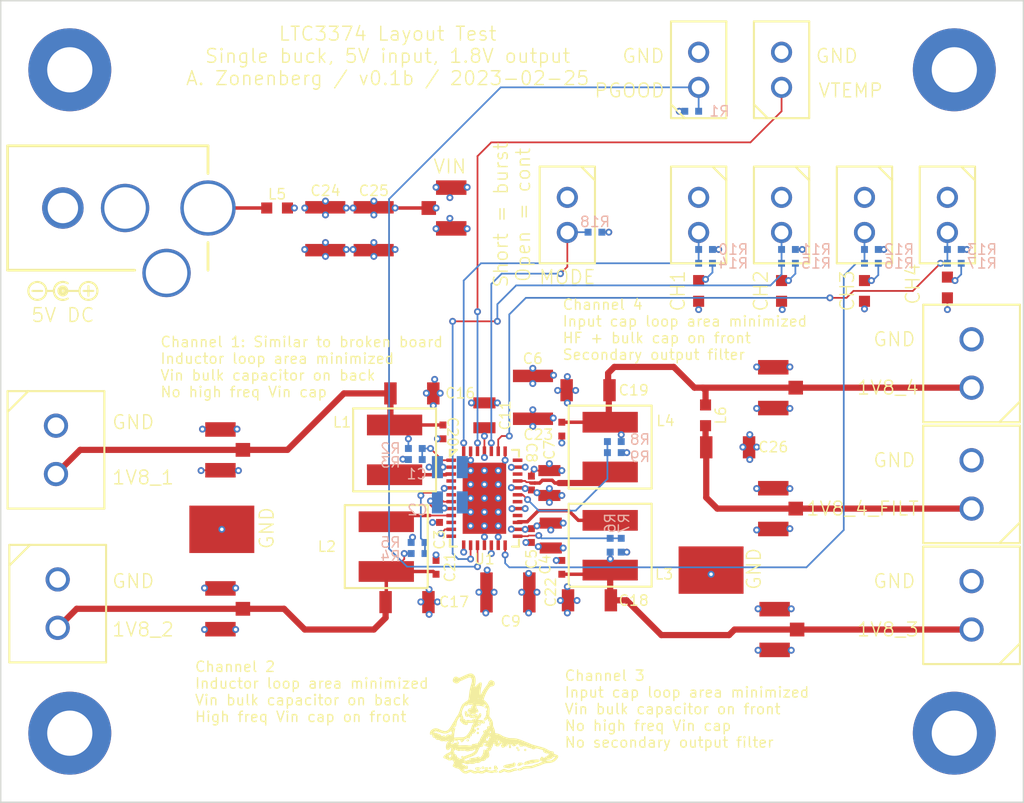
<source format=kicad_pcb>
(kicad_pcb (version 20211014) (generator pcbnew)
  (layers (0 "F.Cu" signal) (1 "In1.Cu" signal) (2 "In2.Cu" signal) (31 "B.Cu" signal) (34 "B.Paste" user) (35 "F.Paste" user) (36 "B.SilkS" user "B.Silkscreen") (37 "F.SilkS" user "F.Silkscreen") (38 "B.Mask" user) (39 "F.Mask" user) (44 "Edge.Cuts" user))
  (net 0 "")
  (net 1 "/5V0")
  (net 2 "/GND")
  (net 3 "/1V8_1")
  (net 4 "/1V8_2")
  (net 5 "/1V8_3")
  (net 6 "/1V8_4")
  (net 7 "/1V8_4_FILT")
  (net 8 "Net-(D1-Pad2)")
  (net 9 "Net-(D2-Pad2)")
  (net 10 "Net-(D3-Pad2)")
  (net 11 "Net-(D4-Pad2)")
  (net 12 "/5V0_RAW")
  (net 14 "/EN_1")
  (net 15 "/EN_2")
  (net 16 "/EN_3")
  (net 17 "/EN_4")
  (net 18 "/1V8_SW1")
  (net 19 "/1V8_SW2")
  (net 20 "/1V8_SW3")
  (net 21 "/1V8_SW4")
  (net 22 "/PGOOD")
  (net 23 "/1V8_FB1")
  (net 24 "/1V8_FB2")
  (net 25 "/1V8_FB3")
  (net 26 "/1V8_FB4")
  (net 27 "/VTEMP")
  (net 40 "/MODE")
  (footprint "azonenberg_pcb:EIA_0402_CAP_NOSILK" (layer "F.Cu") (at 60.5 60 90)
    (fp_text reference "C21")
    (fp_text value "C1005X7R1C104K050BC" hide)
  )
  (footprint "azonenberg_pcb:EIA_0805_CAP_NOSILK" (layer "F.Cu") (at 68.8 57.7 -90)
    (fp_text reference "C4")
    (fp_text value "10 uF" hide)
  )
  (footprint "azonenberg_pcb:MECHANICAL_CLEARANCEHOLE_4_40" (layer "F.Cu") (at 34 72)
    (fp_text reference "MH1" hide)
    (fp_text value "HOLE")
  )
  (footprint "azonenberg_pcb:INDUCTOR_YUDEN_NRS5030" (layer "F.Cu") (at 57.5 51.5 -90)
    (fp_text reference "L1")
    (fp_text value "2.2 uH")
  )
  (footprint "azonenberg_pcb:INDUCTOR_YUDEN_NRS5030" (layer "F.Cu") (at 56.9 58.5 90)
    (fp_text reference "L2")
    (fp_text value "2.2 uH")
  )
  (footprint "azonenberg_pcb:EIA_1210_CAP_NOSILK" (layer "F.Cu") (at 56 35.5 -90)
    (fp_text reference "C25")
    (fp_text value "47 uF" hide)
  )
  (footprint "azonenberg_pcb:MECHANICAL_CLEARANCEHOLE_4_40" (layer "F.Cu") (at 34 24)
    (fp_text reference "MH3" hide)
    (fp_text value "HOLE")
  )
  (footprint "azonenberg_pcb:INDUCTOR_YUDEN_NRS5030" (layer "F.Cu") (at 73.1 51.3 -90)
    (fp_text reference "L4")
    (fp_text value "2.2 uH")
  )
  (footprint "azonenberg_pcb:EIA_0603_INDUCTOR_NOSILK" (layer "F.Cu") (at 80 49 90)
    (fp_text reference "L6")
    (fp_text value "FERRITE" hide)
  )
  (footprint "azonenberg_pcb:CONN_CUI_PJ-058BH_HIPWR_BARREL_NOSLOT" (layer "F.Cu") (at 37.5 34)
    (fp_text reference "J1" hide)
    (fp_text value "BARREL_JACK" hide)
  )
  (footprint "azonenberg_pcb:TERMBLOCK_PHOENIX_COMBICON_3.5MM_2POS_1984617" (layer "F.Cu") (at 33 51.5 -90)
    (fp_text reference "J6" hide)
    (fp_text value "CONN_01X02")
  )
  (footprint "azonenberg_pcb:CONN_HEADER_2.54MM_1x2" (layer "F.Cu") (at 70 34.5 -90)
    (fp_text reference "J13" hide)
    (fp_text value "CONN_01X02")
  )
  (footprint "azonenberg_pcb:EIA_0603_CAP_NOSILK" (layer "F.Cu") (at 79.5 40 90)
    (fp_text reference "D1" hide)
    (fp_text value "GREEN" hide)
  )
  (footprint "azonenberg_pcb:EIA_1206_CAP_NOSILK" (layer "F.Cu") (at 71.6 62.4 180)
    (fp_text reference "C18")
    (fp_text value "22 uF" hide)
  )
  (footprint "azonenberg_pcb:EIA_1206_CAP_NOSILK" (layer "F.Cu") (at 58.75 47.4)
    (fp_text reference "C16")
    (fp_text value "22 uF" hide)
  )
  (footprint "azonenberg_pcb:EIA_0603_CAP_NOSILK" (layer "F.Cu") (at 97.5 39.75 90)
    (fp_text reference "D4" hide)
    (fp_text value "GREEN" hide)
  )
  (footprint "azonenberg_pcb:EIA_0402_CAP_NOSILK" (layer "F.Cu") (at 67.4 57.7 90)
    (fp_text reference "C5")
    (fp_text value "DNP" hide)
  )
  (footprint "azonenberg_pcb:EIA_0402_CAP_NOSILK" (layer "F.Cu") (at 69.6 50 -90)
    (fp_text reference "C23")
    (fp_text value "C1005X7R1C104K050BC" hide)
  )
  (footprint "azonenberg_pcb:EIA_0402_CAP_NOSILK" (layer "F.Cu") (at 67.4 53.9 -90)
    (fp_text reference "C8")
    (fp_text value "C1005X7R1C104K050BC" hide)
  )
  (footprint "azonenberg_pcb:EIA_1206_CAP_NOSILK" (layer "F.Cu") (at 58.4 62.5)
    (fp_text reference "C17")
    (fp_text value "22 uF" hide)
  )
  (footprint "azonenberg_pcb:EIA_0603_CAP_NOSILK" (layer "F.Cu") (at 85.5 40 90)
    (fp_text reference "D2" hide)
    (fp_text value "GREEN" hide)
  )
  (footprint "azonenberg_pcb:EIA_0402_CAP_NOSILK" (layer "F.Cu") (at 61 50.200001 -90)
    (fp_text reference "C20")
    (fp_text value "C1005X7R1C104K050BC" hide)
  )
  (footprint "azonenberg_pcb:EIA_0805_CAP_NOSILK" (layer "F.Cu") (at 64 49 90)
    (fp_text reference "C11")
    (fp_text value "10 uF" hide)
  )
  (footprint "azonenberg_pcb:EIA_1210_CAP_NOSILK" (layer "F.Cu") (at 67.5 47.7 90)
    (fp_text reference "C6")
    (fp_text value "DNP" hide)
  )
  (footprint "azonenberg_pcb:CONN_HEADER_2.54MM_1x2" (layer "F.Cu") (at 85.5 34.5 -90)
    (fp_text reference "J3" hide)
    (fp_text value "CONN_01X02")
  )
  (footprint "azonenberg_pcb:TERMBLOCK_PHOENIX_COMBICON_3.5MM_2POS_1984617" (layer "F.Cu") (at 33.125 62.625 -90)
    (fp_text reference "J8" hide)
    (fp_text value "CONN_01X02")
  )
  (footprint "azonenberg_pcb:CONN_HEADER_2.54MM_1x2" (layer "F.Cu") (at 85.5 24 90)
    (fp_text reference "J11" hide)
    (fp_text value "CONN_01X02")
  )
  (footprint "azonenberg_pcb:CONN_U.FL_TE_1909763-1" (layer "F.Cu") (at 61.5 34 -90)
    (fp_text reference "TP6" hide)
    (fp_text value "U.FL")
  )
  (footprint "azonenberg_pcb:TERMBLOCK_PHOENIX_COMBICON_3.5MM_2POS_1984617" (layer "F.Cu") (at 99.25 62.75 90)
    (fp_text reference "J7" hide)
    (fp_text value "CONN_01X02")
  )
  (footprint "w_logo:Logo_silk_polarity_center_5x1.4mm" (layer "F.Cu") (at 33.5 40)
    (fp_text reference "LG2" hide)
    (fp_text value "LOGO" hide)
  )
  (footprint "azonenberg_pcb:CONN_U.FL_TE_1909763-1" (layer "F.Cu") (at 85 55.75 90)
    (fp_text reference "TP7" hide)
    (fp_text value "U.FL")
  )
  (footprint "azonenberg_pcb:TESTPOINT_SMT_KEYSTONE_5016" (layer "F.Cu") (at 45 57.25)
    (fp_text reference "TP9" hide)
    (fp_text value "TESTPAD" hide)
  )
  (footprint "azonenberg_pcb:EIA_0402_CAP_NOSILK" (layer "F.Cu") (at 69.6 60 90)
    (fp_text reference "C22")
    (fp_text value "C1005X7R1C104K050BC" hide)
  )
  (footprint "azonenberg_pcb:EIA_0603_CAP_NOSILK" (layer "F.Cu") (at 91.5 40 90)
    (fp_text reference "D3" hide)
    (fp_text value "GREEN" hide)
  )
  (footprint "azonenberg_pcb:INDUCTOR_YUDEN_NRS5030" (layer "F.Cu") (at 73.1 58.4 90)
    (fp_text reference "L3")
    (fp_text value "2.2 uH")
  )
  (footprint "azonenberg_pcb:TESTPOINT_SMT_KEYSTONE_5016" (layer "F.Cu") (at 80.4 60.2)
    (fp_text reference "TP8" hide)
    (fp_text value "TESTPAD" hide)
  )
  (footprint "azonenberg_pcb:LONGTHING-1200DPI" (layer "F.Cu") (at 65.249031 71.679721)
    (fp_text reference "LG1" hide)
    (fp_text value "LOGO" hide)
  )
  (footprint "azonenberg_pcb:EIA_1210_CAP_NOSILK" (layer "F.Cu") (at 65.7 61.8)
    (fp_text reference "C9")
    (fp_text value "DNP" hide)
  )
  (footprint "azonenberg_pcb:EIA_1206_CAP_NOSILK" (layer "F.Cu") (at 71.5 47.2 180)
    (fp_text reference "C19")
    (fp_text value "22 uF" hide)
  )
  (footprint "azonenberg_pcb:EIA_0603_INDUCTOR_NOSILK" (layer "F.Cu") (at 49 34 180)
    (fp_text reference "L5")
    (fp_text value "FERRITE" hide)
  )
  (footprint "azonenberg_pcb:CONN_U.FL_TE_1909763-1" (layer "F.Cu") (at 85.1 64.5 90)
    (fp_text reference "TP4" hide)
    (fp_text value "U.FL")
  )
  (footprint "azonenberg_pcb:CONN_U.FL_TE_1909763-1" (layer "F.Cu") (at 45 51.5 90)
    (fp_text reference "TP2" hide)
    (fp_text value "U.FL")
  )
  (footprint "azonenberg_pcb:CONN_HEADER_2.54MM_1x2" (layer "F.Cu") (at 97.5 34.5 -90)
    (fp_text reference "J5" hide)
    (fp_text value "CONN_01X02")
  )
  (footprint "azonenberg_pcb:TERMBLOCK_PHOENIX_COMBICON_3.5MM_2POS_1984617" (layer "F.Cu") (at 99.25 54 90)
    (fp_text reference "J10" hide)
    (fp_text value "CONN_01X02")
  )
  (footprint "azonenberg_pcb:EIA_0402_CAP_NOSILK" (layer "F.Cu") (at 60.75 56.25 90)
    (fp_text reference "C3")
    (fp_text value "C1005X7R1C104K050BC" hide)
  )
  (footprint "azonenberg_pcb:EIA_1206_CAP_NOSILK" (layer "F.Cu") (at 81.6 51.3)
    (fp_text reference "C26")
    (fp_text value "22 uF" hide)
  )
  (footprint "azonenberg_pcb:CONN_HEADER_2.54MM_1x2" (layer "F.Cu") (at 79.5 34.5 -90)
    (fp_text reference "J2" hide)
    (fp_text value "CONN_01X02")
  )
  (footprint "azonenberg_pcb:CONN_HEADER_2.54MM_1x2" (layer "F.Cu") (at 79.5 24 90)
    (fp_text reference "J12" hide)
    (fp_text value "CONN_01X02")
  )
  (footprint "azonenberg_pcb:EIA_0805_CAP_NOSILK" (layer "F.Cu") (at 68.7 53.9 90)
    (fp_text reference "C7")
    (fp_text value "10 uF" hide)
  )
  (footprint "azonenberg_pcb:CONN_U.FL_TE_1909763-1" (layer "F.Cu") (at 45 63 90)
    (fp_text reference "TP3" hide)
    (fp_text value "U.FL")
  )
  (footprint "azonenberg_pcb:QFN_38_0.5MM_5x7MM" (layer "F.Cu") (at 64 55)
    (fp_text reference "U1")
    (fp_text value "LTC3374-QFN" hide)
  )
  (footprint "azonenberg_pcb:MECHANICAL_CLEARANCEHOLE_4_40" (layer "F.Cu") (at 98 72)
    (fp_text reference "MH4" hide)
    (fp_text value "HOLE")
  )
  (footprint "azonenberg_pcb:MECHANICAL_CLEARANCEHOLE_4_40" (layer "F.Cu") (at 98 24)
    (fp_text reference "MH2" hide)
    (fp_text value "HOLE")
  )
  (footprint "azonenberg_pcb:EIA_1210_CAP_NOSILK" (layer "F.Cu") (at 52.5 35.5 -90)
    (fp_text reference "C24")
    (fp_text value "47 uF" hide)
  )
  (footprint "azonenberg_pcb:CONN_U.FL_TE_1909763-1" (layer "F.Cu") (at 85 47 90)
    (fp_text reference "TP5" hide)
    (fp_text value "U.FL")
  )
  (footprint "azonenberg_pcb:TERMBLOCK_PHOENIX_COMBICON_3.5MM_2POS_1984617" (layer "F.Cu") (at 99.25 45.25 90)
    (fp_text reference "J9" hide)
    (fp_text value "CONN_01X02")
  )
  (footprint "azonenberg_pcb:CONN_HEADER_2.54MM_1x2" (layer "F.Cu") (at 91.5 34.5 -90)
    (fp_text reference "J4" hide)
    (fp_text value "CONN_01X02")
  )
  (footprint "azonenberg_pcb:EIA_0402_RES_NOSILK_FLIPCHIP" (layer "B.Cu") (at 98 37)
    (fp_text reference "R13")
    (fp_text value "10K" hide)
  )
  (footprint "azonenberg_pcb:EIA_0402_RES_NOSILK_FLIPCHIP" (layer "B.Cu") (at 80 37)
    (fp_text reference "R10")
    (fp_text value "10K" hide)
  )
  (footprint "azonenberg_pcb:EIA_0402_RES_NOSILK" (layer "B.Cu") (at 73.4 51.7)
    (fp_text reference "R9")
    (fp_text value "649K" hide)
  )
  (footprint "azonenberg_pcb:EIA_0402_RES_NOSILK" (layer "B.Cu") (at 59.2 58.2 180)
    (fp_text reference "R5")
    (fp_text value "649K" hide)
  )
  (footprint "azonenberg_pcb:EIA_0402_RES_NOSILK" (layer "B.Cu") (at 59 52.2 180)
    (fp_text reference "R3")
    (fp_text value "649K" hide)
  )
  (footprint "azonenberg_pcb:EIA_0805_CAP_NOSILK" (layer "B.Cu") (at 61.5 55.3)
    (fp_text reference "C2")
    (fp_text value "10 uF" hide)
  )
  (footprint "azonenberg_pcb:EIA_0402_RES_NOSILK" (layer "B.Cu") (at 72 35.75)
    (fp_text reference "R18")
    (fp_text value "1K" hide)
  )
  (footprint "azonenberg_pcb:EIA_0402_RES_NOSILK_FLIPCHIP" (layer "B.Cu") (at 86 38)
    (fp_text reference "R15")
    (fp_text value "470" hide)
  )
  (footprint "azonenberg_pcb:EIA_0402_RES_NOSILK" (layer "B.Cu") (at 73.9 58.4 -90)
    (fp_text reference "R7")
    (fp_text value "649K" hide)
  )
  (footprint "azonenberg_pcb:EIA_0402_RES_NOSILK_FLIPCHIP" (layer "B.Cu") (at 86 37)
    (fp_text reference "R11")
    (fp_text value "10K" hide)
  )
  (footprint "azonenberg_pcb:EIA_0402_RES_NOSILK" (layer "B.Cu") (at 73.1 58.4 -90)
    (fp_text reference "R6")
    (fp_text value "806K" hide)
  )
  (footprint "azonenberg_pcb:EIA_0402_RES_NOSILK" (layer "B.Cu") (at 79 27 180)
    (fp_text reference "R1")
    (fp_text value "10K" hide)
  )
  (footprint "azonenberg_pcb:EIA_0402_RES_NOSILK" (layer "B.Cu") (at 59.2 59 180)
    (fp_text reference "R4")
    (fp_text value "806K" hide)
  )
  (footprint "azonenberg_pcb:EIA_0402_RES_NOSILK" (layer "B.Cu") (at 73.4 50.9)
    (fp_text reference "R8")
    (fp_text value "806K" hide)
  )
  (footprint "azonenberg_pcb:EIA_0402_RES_NOSILK_FLIPCHIP" (layer "B.Cu") (at 98 38)
    (fp_text reference "R17")
    (fp_text value "470" hide)
  )
  (footprint "azonenberg_pcb:EIA_0402_RES_NOSILK_FLIPCHIP" (layer "B.Cu") (at 80 38)
    (fp_text reference "R14")
    (fp_text value "470" hide)
  )
  (footprint "azonenberg_pcb:EIA_0402_RES_NOSILK" (layer "B.Cu") (at 59 51.4 180)
    (fp_text reference "R2")
    (fp_text value "806K" hide)
  )
  (footprint "azonenberg_pcb:EIA_0402_RES_NOSILK_FLIPCHIP" (layer "B.Cu") (at 92 38)
    (fp_text reference "R16")
    (fp_text value "470" hide)
  )
  (footprint "azonenberg_pcb:EIA_0805_CAP_NOSILK" (layer "B.Cu") (at 61.5 52.75)
    (fp_text reference "C1")
    (fp_text value "10 uF" hide)
  )
  (footprint "azonenberg_pcb:EIA_0402_RES_NOSILK_FLIPCHIP" (layer "B.Cu") (at 92 37)
    (fp_text reference "R12")
    (fp_text value "10K" hide)
  )
  (gr_line (start 29 19) (end 103 19) (layer "Edge.Cuts") (width 0.1))
  (gr_line (start 29 77) (end 103 77) (layer "Edge.Cuts") (width 0.1))
  (gr_line (start 29 19) (end 29 77) (layer "Edge.Cuts") (width 0.1))
  (gr_line (start 103 19) (end 103 77) (layer "Edge.Cuts") (width 0.1))
  (gr_text "GND" (at 95.25 52.25) (layer "F.SilkS") (effects (font (size 1 1) (thickness 0.1)) (justify right)))
  (gr_text "VIN" (at 61.5 31) (layer "F.SilkS") (effects (font (size 1 1) (thickness 0.1))))
  (gr_text "CH2" (at 84 40 90) (layer "F.SilkS") (effects (font (size 1 1) (thickness 0.1))))
  (gr_text "1V8_4_FILT" (at 95.5 55.75) (layer "F.SilkS") (effects (font (size 1 1) (thickness 0.1)) (justify right)))
  (gr_text "GND" (at 89.5 23) (layer "F.SilkS") (effects (font (size 1 1) (thickness 0.1))))
  (gr_text "Short = burst\nOpen = cont" (at 66 34.5 90) (layer "F.SilkS") (effects (font (size 1 1) (thickness 0.1))))
  (gr_text "GND" (at 95.25 61) (layer "F.SilkS") (effects (font (size 1 1) (thickness 0.1)) (justify right)))
  (gr_text "GND" (at 48.25 58.75 90) (layer "F.SilkS") (effects (font (size 1 1) (thickness 0.1)) (justify left)))
  (gr_text "Channel 4\nInput cap loop area minimized\nHF + bulk cap on front\nSecondary output filter" (at 69.6 42.8) (layer "F.SilkS") (effects (font (size 0.75 0.75) (thickness 0.1)) (justify left)))
  (gr_text "CH1" (at 78 40 90) (layer "F.SilkS") (effects (font (size 1 1) (thickness 0.1))))
  (gr_text "MODE" (at 70 39) (layer "F.SilkS") (effects (font (size 1 1) (thickness 0.1))))
  (gr_text "PGOOD" (at 74.5 25.5) (layer "F.SilkS") (effects (font (size 1 1) (thickness 0.1))))
  (gr_text "GND" (at 75.5 23) (layer "F.SilkS") (effects (font (size 1 1) (thickness 0.1))))
  (gr_text "1V8_4" (at 95.5 47) (layer "F.SilkS") (effects (font (size 1 1) (thickness 0.1)) (justify right)))
  (gr_text "1V8_3" (at 95.5 64.5) (layer "F.SilkS") (effects (font (size 1 1) (thickness 0.1)) (justify right)))
  (gr_text "GND" (at 95.25 43.5) (layer "F.SilkS") (effects (font (size 1 1) (thickness 0.1)) (justify right)))
  (gr_text "VTEMP" (at 90.5 25.5) (layer "F.SilkS") (effects (font (size 1 1) (thickness 0.1))))
  (gr_text "GND" (at 83.5 61.7 90) (layer "F.SilkS") (effects (font (size 1 1) (thickness 0.1)) (justify left)))
  (gr_text "Channel 3\nInput cap loop area minimized\nVin bulk capacitor on front\nNo high freq Vin cap\nNo secondary output filter" (at 69.75 70.25) (layer "F.SilkS") (effects (font (size 0.75 0.75) (thickness 0.1)) (justify left)))
  (gr_text "5V DC" (at 33.5 41.75) (layer "F.SilkS") (effects (font (size 1 1) (thickness 0.1))))
  (gr_text "1V8_1" (at 37 53.5) (layer "F.SilkS") (effects (font (size 1 1) (thickness 0.1)) (justify left)))
  (gr_text "Channel 1: Similar to broken board\nInductor loop area minimized\nVin bulk capacitor on back\nNo high freq Vin cap" (at 40.5 45.5) (layer "F.SilkS") (effects (font (size 0.75 0.75) (thickness 0.1)) (justify left)))
  (gr_text "CH3" (at 90.25 40 90) (layer "F.SilkS") (effects (font (size 1 1) (thickness 0.1))))
  (gr_text "Channel 2\nInductor loop area minimized\nVin bulk capacitor on back\nHigh freq Vin cap on front" (at 43 69) (layer "F.SilkS") (effects (font (size 0.75 0.75) (thickness 0.1)) (justify left)))
  (gr_text "GND" (at 37 49.5) (layer "F.SilkS") (effects (font (size 1 1) (thickness 0.1)) (justify left)))
  (gr_text "1V8_2" (at 37 64.5) (layer "F.SilkS") (effects (font (size 1 1) (thickness 0.1)) (justify left)))
  (gr_text "LTC3374 Layout Test\nSingle buck, 5V input, 1.8V output\nA. Zonenberg / v0.1b / 2023-02-25" (at 57 23) (layer "F.SilkS") (effects (font (size 1 1) (thickness 0.1))))
  (gr_text "GND" (at 37 61) (layer "F.SilkS") (effects (font (size 1 1) (thickness 0.1)) (justify left)))
  (gr_text "CH4" (at 95 39.5 90) (layer "F.SilkS") (effects (font (size 1 1) (thickness 0.1))))
  (segment (start 65.993054 55.754853) (end 66.395147 55.754853) (width 0.125) (layer "F.Cu") (net 1))
  (segment (start 67.6 57.2) (end 67.8 57) (width 0.125) (layer "F.Cu") (net 1))
  (segment (start 64.2 61.76493) (end 64.2 60.2) (width 0.125) (layer "F.Cu") (net 1))
  (segment (start 68.7 55.3) (end 68.7 54.8) (width 0.125) (layer "F.Cu") (net 1))
  (segment (start 66.4 54.25) (end 65.963735 54.25) (width 0.125) (layer "F.Cu") (net 1))
  (segment (start 57.537 34) (end 59.975 34) (width 0.25) (layer "F.Cu") (net 1))
  (segment (start 54.55 33.95) (end 54.5 34) (width 0.25) (layer "F.Cu") (net 1))
  (segment (start 56 33.5) (end 56 33.93507) (width 0.25) (layer "F.Cu") (net 1))
  (segment (start 64.15 61.81493) (end 64.2 61.76493) (width 0.125) (layer "F.Cu") (net 1))
  (segment (start 68.8 56.8) (end 68.8 57.3) (width 0.125) (layer "F.Cu") (net 1))
  (segment (start 60.1 55.2) (end 60.1 55.5) (width 0.125) (layer "F.Cu") (net 1))
  (segment (start 66.4 52.75) (end 66.95 52.75) (width 0.125) (layer "F.Cu") (net 1))
  (segment (start 67.4 57.2) (end 67.6 57.2) (width 0.125) (layer "F.Cu") (net 1))
  (segment (start 60.5 34) (end 59.975 34) (width 0.25) (layer "F.Cu") (net 1))
  (segment (start 64.15 61.81493) (end 64.68507 61.81493) (width 0.125) (layer "F.Cu") (net 1))
  (segment (start 60.1 55.5) (end 60.35 55.75) (width 0.125) (layer "F.Cu") (net 1))
  (segment (start 66.4 52.75) (end 65.963735 52.75) (width 0.125) (layer "F.Cu") (net 1))
  (segment (start 67.51493 49.78507) (end 67.5 49.8) (width 0.125) (layer "F.Cu") (net 1))
  (segment (start 68 56.8) (end 67.8 57) (width 0.125) (layer "F.Cu") (net 1))
  (segment (start 63.6 61.8) (end 64.13507 61.8) (width 0.125) (layer "F.Cu") (net 1))
  (segment (start 68.8 56.8) (end 68 56.8) (width 0.125) (layer "F.Cu") (net 1))
  (segment (start 61.12803 55.75) (end 61.093062 55.715032) (width 0.125) (layer "F.Cu") (net 1))
  (segment (start 64.68507 61.81493) (end 64.7 61.8) (width 0.125) (layer "F.Cu") (net 1))
  (segment (start 65.963735 52.75) (end 65.9495 52.764235) (width 0.125) (layer "F.Cu") (net 1))
  (segment (start 67.4 57.2) (end 67 57.2) (width 0.125) (layer "F.Cu") (net 1))
  (segment (start 67.51493 49.25) (end 67.51493 49.78507) (width 0.125) (layer "F.Cu") (net 1))
  (segment (start 61.6 57.25) (end 61.151589 57.25) (width 0.125) (layer "F.Cu") (net 1))
  (segment (start 68 54.8) (end 67.8 54.6) (width 0.125) (layer "F.Cu") (net 1))
  (segment (start 67.51493 49.25) (end 68.926301 49.25) (width 0.125) (layer "F.Cu") (net 1))
  (segment (start 65.963735 54.25) (end 65.9495 54.235765) (width 0.125) (layer "F.Cu") (net 1))
  (segment (start 67 57.2) (end 66.95 57.25) (width 0.125) (layer "F.Cu") (net 1))
  (segment (start 64.1 63.3) (end 64.1 61.86493) (width 0.125) (layer "F.Cu") (net 1))
  (segment (start 66.4 57.25) (end 65.963735 57.25) (width 0.125) (layer "F.Cu") (net 1))
  (segment (start 68.7 54.8) (end 68.7 54.3) (width 0.125) (layer "F.Cu") (net 1))
  (segment (start 49.75 34) (end 50.25 34) (width 0.25) (layer "F.Cu") (net 1))
  (segment (start 68.8 56.8) (end 69.7 56.8) (width 0.125) (layer "F.Cu") (net 1))
  (segment (start 68.7 54.8) (end 69.6 54.8) (width 0.125) (layer "F.Cu") (net 1))
  (segment (start 67.51493 49.25) (end 67.51493 48.61493) (width 0.125) (layer "F.Cu") (net 1))
  (segment (start 65.963735 57.25) (end 65.9495 57.235765) (width 0.125) (layer "F.Cu") (net 1))
  (segment (start 64.5 58.4) (end 64.5 59) (width 0.125) (layer "F.Cu") (net 1))
  (segment (start 61.12803 54.25) (end 61.093062 54.284968) (width 0.125) (layer "F.Cu") (net 1))
  (segment (start 64 51.6) (end 64 50.5) (width 0.125) (layer "F.Cu") (net 1))
  (segment (start 60.35 55.75) (end 60.75 55.75) (width 0.125) (layer "F.Cu") (net 1))
  (segment (start 52.25 34) (end 54 34) (width 0.25) (layer "F.Cu") (net 1))
  (segment (start 64.13507 61.8) (end 64.15 61.81493) (width 0.125) (layer "F.Cu") (net 1))
  (segment (start 64 51.6) (end 64 52.050498) (width 0.125) (layer "F.Cu") (net 1))
  (segment (start 61.6 54.25) (end 61.12803 54.25) (width 0.125) (layer "F.Cu") (net 1))
  (segment (start 68.926301 49.25) (end 68.979263 49.197038) (width 0.125) (layer "F.Cu") (net 1))
  (segment (start 64.1 61.86493) (end 64.15 61.81493) (width 0.125) (layer "F.Cu") (net 1))
  (segment (start 61.151589 57.25) (end 60.852786 57.548803) (width 0.125) (layer "F.Cu") (net 1))
  (segment (start 64 50.5) (end 64 49.9) (width 0.125) (layer "F.Cu") (net 1))
  (segment (start 61.6 52.75) (end 61 52.75) (width 0.125) (layer "F.Cu") (net 1))
  (segment (start 55.98507 33.95) (end 54.55 33.95) (width 0.25) (layer "F.Cu") (net 1))
  (segment (start 61.6 55.75) (end 61.12803 55.75) (width 0.125) (layer "F.Cu") (net 1))
  (segment (start 67.51493 48.61493) (end 67.5 48.6) (width 0.125) (layer "F.Cu") (net 1))
  (segment (start 61.093062 55.715032) (end 60.784968 55.715032) (width 0.125) (layer "F.Cu") (net 1))
  (via (at 66.95 55.75) (size 0.5) (drill 0.25) (layers "F.Cu" "B.Cu") (net 1))
  (via (at 60.5 34) (size 0.5) (drill 0.25) (layers "F.Cu" "B.Cu") (net 1))
  (via (at 61.093062 54.284968) (size 0.5) (drill 0.25) (layers "F.Cu" "B.Cu") (net 1))
  (via (at 54 34) (size 0.5) (drill 0.25) (layers "F.Cu" "B.Cu") (net 1))
  (via (at 60 52.75) (size 0.5) (drill 0.25) (layers "F.Cu" "B.Cu") (net 1))
  (via (at 56 33.5) (size 0.5) (drill 0.25) (layers "F.Cu" "B.Cu") (net 1))
  (via (at 69.6 54.8) (size 0.5) (drill 0.25) (layers "F.Cu" "B.Cu") (net 1))
  (via (at 57.537 34) (size 0.5) (drill 0.25) (layers "F.Cu" "B.Cu") (net 1))
  (via (at 54.5 34) (size 0.5) (drill 0.25) (layers "F.Cu" "B.Cu") (net 1))
  (via (at 50.25 34) (size 0.5) (drill 0.25) (layers "F.Cu" "B.Cu") (net 1))
  (via (at 63.6 61.8) (size 0.5) (drill 0.25) (layers "F.Cu" "B.Cu") (net 1))
  (via (at 65.9495 54.235765) (size 0.5) (drill 0.25) (layers "F.Cu" "B.Cu") (net 1))
  (via (at 52.5 34.5) (size 0.5) (drill 0.25) (layers "F.Cu" "B.Cu") (net 1))
  (via (at 51 34) (size 0.5) (drill 0.25) (layers "F.Cu" "B.Cu") (net 1))
  (via (at 66.95 57.25) (size 0.5) (drill 0.25) (layers "F.Cu" "B.Cu") (net 1))
  (via (at 64.2 60.2) (size 0.5) (drill 0.25) (layers "F.Cu" "B.Cu") (net 1))
  (via (at 66.95 54.3) (size 0.5) (drill 0.25) (layers "F.Cu" "B.Cu") (net 1))
  (via (at 60.852786 57.548803) (size 0.5) (drill 0.25) (layers "F.Cu" "B.Cu") (net 1))
  (via (at 68.979263 49.197038) (size 0.5) (drill 0.25) (layers "F.Cu" "B.Cu") (net 1))
  (via (at 65.993054 55.754853) (size 0.5) (drill 0.25) (layers "F.Cu" "B.Cu") (net 1))
  (via (at 64.1 63.3) (size 0.5) (drill 0.25) (layers "F.Cu" "B.Cu") (net 1))
  (via (at 67.5 48.6) (size 0.5) (drill 0.25) (layers "F.Cu" "B.Cu") (net 1))
  (via (at 65.9495 52.764235) (size 0.5) (drill 0.25) (layers "F.Cu" "B.Cu") (net 1))
  (via (at 56 34.5) (size 0.5) (drill 0.25) (layers "F.Cu" "B.Cu") (net 1))
  (via (at 64 50.5) (size 0.5) (drill 0.25) (layers "F.Cu" "B.Cu") (net 1))
  (via (at 65.9495 57.235765) (size 0.5) (drill 0.25) (layers "F.Cu" "B.Cu") (net 1))
  (via (at 68.8 57.3) (size 0.5) (drill 0.25) (layers "F.Cu" "B.Cu") (net 1))
  (via (at 69.7 56.8) (size 0.5) (drill 0.25) (layers "F.Cu" "B.Cu") (net 1))
  (via (at 73 35.75) (size 0.5) (drill 0.25) (layers "F.Cu" "B.Cu") (net 1))
  (via (at 60.1 55.2) (size 0.5) (drill 0.25) (layers "F.Cu" "B.Cu") (net 1))
  (via (at 68.7 54.3) (size 0.5) (drill 0.25) (layers "F.Cu" "B.Cu") (net 1))
  (via (at 64.7 61.8) (size 0.5) (drill 0.25) (layers "F.Cu" "B.Cu") (net 1))
  (via (at 68.7 55.3) (size 0.5) (drill 0.25) (layers "F.Cu" "B.Cu") (net 1))
  (via (at 67.8 54.6) (size 0.5) (drill 0.25) (layers "F.Cu" "B.Cu") (net 1))
  (via (at 78.1 27) (size 0.5) (drill 0.25) (layers "F.Cu" "B.Cu") (net 1))
  (via (at 67.8 57) (size 0.5) (drill 0.25) (layers "F.Cu" "B.Cu") (net 1))
  (via (at 67.5 49.8) (size 0.5) (drill 0.25) (layers "F.Cu" "B.Cu") (net 1))
  (via (at 61.093062 55.715032) (size 0.5) (drill 0.25) (layers "F.Cu" "B.Cu") (net 1))
  (via (at 52.5 33.5) (size 0.5) (drill 0.25) (layers "F.Cu" "B.Cu") (net 1))
  (via (at 66.95 52.75) (size 0.5) (drill 0.25) (layers "F.Cu" "B.Cu") (net 1))
  (via (at 64 52.050498) (size 0.5) (drill 0.25) (layers "F.Cu" "B.Cu") (net 1))
  (via (at 64.5 59) (size 0.5) (drill 0.25) (layers "F.Cu" "B.Cu") (net 1))
  (via (at 61 52.75) (size 0.5) (drill 0.25) (layers "F.Cu" "B.Cu") (net 1))
  (segment (start 72.5 35.75) (end 73 35.75) (width 0.125) (layer "B.Cu") (net 1))
  (segment (start 60.6 52.75) (end 60 52.75) (width 0.125) (layer "B.Cu") (net 1))
  (segment (start 60.2 55.3) (end 60.1 55.2) (width 0.125) (layer "B.Cu") (net 1))
  (segment (start 61 52.75) (end 60.6 52.75) (width 0.125) (layer "B.Cu") (net 1))
  (segment (start 60.6 55.3) (end 60.2 55.3) (width 0.125) (layer "B.Cu") (net 1))
  (segment (start 78.5 27) (end 78.1 27) (width 0.125) (layer "B.Cu") (net 1))
  (segment (start 67.51493 45.61493) (end 67.5 45.6) (width 0.125) (layer "F.Cu") (net 2))
  (segment (start 55.98507 37.05) (end 57.487 37.05) (width 0.125) (layer "F.Cu") (net 2))
  (segment (start 43.6 50) (end 43.625 50.025) (width 0.125) (layer "F.Cu") (net 2))
  (segment (start 70 63.3) (end 70 62.43507) (width 0.125) (layer "F.Cu") (net 2))
  (segment (start 68.8 58.6) (end 68 58.6) (width 0.125) (layer "F.Cu") (net 2))
  (segment (start 85.5 41.3) (end 85.55 41.35) (width 0.125) (layer "F.Cu") (net 2))
  (segment (start 67.51493 46.15) (end 68.95 46.15) (width 0.125) (layer "F.Cu") (net 2))
  (segment (start 62.75 32.5) (end 61.625 32.5) (width 0.125) (layer "F.Cu") (net 2))
  (segment (start 60.525 32.525) (end 60.5 32.5) (width 0.125) (layer "F.Cu") (net 2))
  (segment (start 51.05 37.05) (end 51 37) (width 0.125) (layer "F.Cu") (net 2))
  (segment (start 84.9 54.275) (end 86.075 54.275) (width 0.125) (layer "F.Cu") (net 2))
  (segment (start 85.5 40.75) (end 85.5 41.3) (width 0.125) (layer "F.Cu") (net 2))
  (segment (start 67.25 61.81493) (end 66.71493 61.81493) (width 0.125) (layer "F.Cu") (net 2))
  (segment (start 53.95 37.05) (end 54 37) (width 0.125) (layer "F.Cu") (net 2))
  (segment (start 97.5 40.75) (end 97.5 41.35) (width 0.125) (layer "F.Cu") (net 2))
  (segment (start 86.075 54.275) (end 86.1 54.3) (width 0.125) (layer "F.Cu") (net 2))
  (segment (start 69.6 59.5) (end 69.2 59.5) (width 0.125) (layer "F.Cu") (net 2))
  (segment (start 83.825 65.975) (end 83.8 66) (width 0.125) (layer "F.Cu") (net 2))
  (segment (start 70.05 61.45) (end 70 61.4) (width 0.125) (layer "F.Cu") (net 2))
  (segment (start 83.15 50.45) (end 83.2 50.4) (width 0.125) (layer "F.Cu") (net 2))
  (segment (start 61.6 35.475) (end 60.525 35.475) (width 0.125) (layer "F.Cu") (net 2))
  (segment (start 83.7 48.5) (end 84.875 48.5) (width 0.125) (layer "F.Cu") (net 2))
  (segment (start 84.9 45.525) (end 86.075 45.525) (width 0.125) (layer "F.Cu") (net 2))
  (segment (start 65.5 51.6) (end 65.5 52.25) (width 0.125) (layer "F.Cu") (net 2))
  (segment (start 56 37.5) (end 56 37.06493) (width 0.125) (layer "F.Cu") (net 2))
  (segment (start 59.95 63.35) (end 60 63.4) (width 0.125) (layer "F.Cu") (net 2))
  (segment (start 60.4 46.4) (end 60.4 47.31493) (width 0.125) (layer "F.Cu") (net 2))
  (segment (start 43.625 50.025) (end 44.9 50.025) (width 0.125) (layer "F.Cu") (net 2))
  (segment (start 67.7 53) (end 67.6 52.9) (width 0.125) (layer "F.Cu") (net 2))
  (segment (start 67.25 61.81493) (end 67.78507 61.81493) (width 0.125) (layer "F.Cu") (net 2))
  (segment (start 67.5 46.16493) (end 67.51493 46.15) (width 0.125) (layer "F.Cu") (net 2))
  (segment (start 67.2 63.3) (end 67.2 61.86493) (width 0.125) (layer "F.Cu") (net 2))
  (segment (start 70.05 62.38507) (end 69.51493 62.38507) (width 0.125) (layer "F.Cu") (net 2))
  (segment (start 82.71493 51.31493) (end 82.7 51.3) (width 0.125) (layer "F.Cu") (net 2))
  (segment (start 60.75 56.75) (end 60.25 56.75) (width 0.125) (layer "F.Cu") (net 2))
  (segment (start 60.58507 62.51493) (end 60.6 62.5) (width 0.125) (layer "F.Cu") (net 2))
  (segment (start 91.5 40.75) (end 91.5 41.3) (width 0.125) (layer "F.Cu") (net 2))
  (segment (start 67.4 58.2) (end 67 58.2) (width 0.125) (layer "F.Cu") (net 2))
  (segment (start 83.15 51.31493) (end 83.15 50.45) (width 0.125) (layer "F.Cu") (net 2))
  (segment (start 84.9 48.475) (end 86.075 48.475) (width 0.125) (layer "F.Cu") (net 2))
  (segment (start 60.3 48.3) (end 60.3 47.41493) (width 0.125) (layer "F.Cu") (net 2))
  (segment (start 70.7 62.4) (end 70.06493 62.4) (width 0.125) (layer "F.Cu") (net 2))
  (segment (start 59.95 62.51493) (end 59.95 63.35) (width 0.125) (layer "F.Cu") (net 2))
  (segment (start 63 51.6) (end 63 52.25) (width 0.125) (layer "F.Cu") (net 2))
  (segment (start 86.2 66) (end 85.025 66) (width 0.125) (layer "F.Cu") (net 2))
  (segment (start 85 65.975) (end 83.825 65.975) (width 0.125) (layer "F.Cu") (net 2))
  (segment (start 68.7 53) (end 68.7 52.5) (width 0.125) (layer "F.Cu") (net 2))
  (segment (start 60.525 35.475) (end 60.5 35.5) (width 0.125) (layer "F.Cu") (net 2))
  (segment (start 69.95 47.18507) (end 69.95 46.25) (width 0.125) (layer "F.Cu") (net 2))
  (segment (start 83.2 52.2) (end 83.2 51.36493) (width 0.125) (layer "F.Cu") (net 2))
  (segment (start 70.05 62.38507) (end 70.05 61.45) (width 0.125) (layer "F.Cu") (net 2))
  (segment (start 59.95 62.51493) (end 59.41493 62.51493) (width 0.25) (layer "F.Cu") (net 2))
  (segment (start 68.7 53) (end 67.7 53) (width 0.125) (layer "F.Cu") (net 2))
  (segment (start 67.2 61.86493) (end 67.25 61.81493) (width 0.125) (layer "F.Cu") (net 2))
  (segment (start 69.95 46.25) (end 70 46.2) (width 0.125) (layer "F.Cu") (net 2))
  (segment (start 59.95 62.51493) (end 60.58507 62.51493) (width 0.125) (layer "F.Cu") (net 2))
  (segment (start 44.9 52.975) (end 46.175 52.975) (width 0.125) (layer "F.Cu") (net 2))
  (segment (start 67.4 53.1) (end 67.6 52.9) (width 0.125) (layer "F.Cu") (net 2))
  (segment (start 57.487 37.05) (end 57.537 37) (width 0.125) (layer "F.Cu") (net 2))
  (segment (start 83.7 57.3) (end 84.825 57.3) (width 0.125) (layer "F.Cu") (net 2))
  (segment (start 70 48.1) (end 70 47.23507) (width 0.125) (layer "F.Cu") (net 2))
  (segment (start 52.48507 37.05) (end 53.95 37.05) (width 0.125) (layer "F.Cu") (net 2))
  (segment (start 67.78507 61.81493) (end 67.8 61.8) (width 0.125) (layer "F.Cu") (net 2))
  (segment (start 83.7 54.3) (end 84.875 54.3) (width 0.125) (layer "F.Cu") (net 2))
  (segment (start 67.51493 46.15) (end 67.51493 45.61493) (width 0.125) (layer "F.Cu") (net 2))
  (segment (start 43.525 52.975) (end 44.9 52.975) (width 0.125) (layer "F.Cu") (net 2))
  (segment (start 67.4 53.4) (end 67.4 53.1) (width 0.125) (layer "F.Cu") (net 2))
  (segment (start 61.6 32.525) (end 60.525 32.525) (width 0.125) (layer "F.Cu") (net 2))
  (segment (start 64 58.4) (end 64 57.8) (width 0.125) (layer "F.Cu") (net 2))
  (segment (start 52.48507 37.05) (end 51.05 37.05) (width 0.125) (layer "F.Cu") (net 2))
  (segment (start 43.5 53) (end 43.525 52.975) (width 0.125) (layer "F.Cu") (net 2))
  (segment (start 59.81493 47.41493) (end 59.8 47.4) (width 0.125) (layer "F.Cu") (net 2))
  (segment (start 69.6 50.5) (end 69.6 51) (width 0.125) (layer "F.Cu") (net 2))
  (segment (start 68.7 53) (end 69.6 53) (width 0.125) (layer "F.Cu") (net 2))
  (segment (start 66.71493 61.81493) (end 66.7 61.8) (width 0.125) (layer "F.Cu") (net 2))
  (segment (start 67.5 46.7) (end 67.5 46.16493) (width 0.125) (layer "F.Cu") (net 2))
  (segment (start 61.5 34.75) (end 61.5 35.375) (width 0.125) (layer "F.Cu") (net 2))
  (segment (start 86.075 48.475) (end 86.1 48.5) (width 0.125) (layer "F.Cu") (net 2))
  (segment (start 60 61.6) (end 60 62.46493) (width 0.125) (layer "F.Cu") (net 2))
  (segment (start 60.5 59.5) (end 60.5 59.1) (width 0.25) (layer "F.Cu") (net 2))
  (segment (start 68 58.6) (end 67.9 58.5) (width 0.125) (layer "F.Cu") (net 2))
  (segment (start 62.5 58.4) (end 62.5 58.9) (width 0.125) (layer "F.Cu") (net 2))
  (segment (start 86.2 63) (end 85.025 63) (width 0.125) (layer "F.Cu") (net 2))
  (segment (start 44.9 50.025) (end 46.075 50.025) (width 0.125) (layer "F.Cu") (net 2))
  (segment (start 69.51493 62.38507) (end 69.5 62.4) (width 0.125) (layer "F.Cu") (net 2))
  (segment (start 43.775 61.525) (end 43.75 61.5) (width 0.125) (layer "F.Cu") (net 2))
  (segment (start 65 58.4) (end 65 57.8) (width 0.125) (layer "F.Cu") (net 2))
  (segment (start 79.5 40.75) (end 79.5 41.35) (width 0.125) (layer "F.Cu") (net 2))
  (segment (start 86.075 57.225) (end 86.1 57.2) (width 0.125) (layer "F.Cu") (net 2))
  (segment (start 68.95 46.15) (end 69 46.1) (width 0.125) (layer "F.Cu") (net 2))
  (segment (start 61.6 32.525) (end 61.6 33.15) (width 0.125) (layer "F.Cu") (net 2))
  (segment (start 69.31493 47.18507) (end 69.3 47.2) (width 0.125) (layer "F.Cu") (net 2))
  (segment (start 83.68507 51.31493) (end 83.7 51.3) (width 0.125) (layer "F.Cu") (net 2))
  (segment (start 85 63.025) (end 83.825 63.025) (width 0.125) (layer "F.Cu") (net 2))
  (segment (start 70.6 47.2) (end 69.96493 47.2) (width 0.125) (layer "F.Cu") (net 2))
  (segment (start 68.8 58.6) (end 69.7 58.6) (width 0.125) (layer "F.Cu") (net 2))
  (segment (start 64 48.1) (end 63.063 48.1) (width 0.125) (layer "F.Cu") (net 2))
  (segment (start 84.9 57.225) (end 86.075 57.225) (width 0.125) (layer "F.Cu") (net 2))
  (segment (start 61 50.700001) (end 60.6 50.7) (width 0.125) (layer "F.Cu") (net 2))
  (segment (start 60.3 47.41493) (end 59.81493 47.41493) (width 0.125) (layer "F.Cu") (net 2))
  (segment (start 46.175 52.975) (end 46.2 53) (width 0.125) (layer "F.Cu") (net 2))
  (segment (start 86.075 45.525) (end 86.1 45.5) (width 0.125) (layer "F.Cu") (net 2))
  (segment (start 46.075 50.025) (end 46.1 50) (width 0.125) (layer "F.Cu") (net 2))
  (segment (start 83.825 63.025) (end 83.8 63) (width 0.125) (layer "F.Cu") (net 2))
  (segment (start 61.6 33.15) (end 61.5 33.25) (width 0.125) (layer "F.Cu") (net 2))
  (segment (start 83.15 51.31493) (end 83.68507 51.31493) (width 0.125) (layer "F.Cu") (net 2))
  (segment (start 62.75 35.5) (end 61.625 35.5) (width 0.125) (layer "F.Cu") (net 2))
  (segment (start 59.41493 62.51493) (end 59.4 62.5) (width 0.25) (layer "F.Cu") (net 2))
  (segment (start 44.9 61.525) (end 43.775 61.525) (width 0.125) (layer "F.Cu") (net 2))
  (segment (start 69.95 47.18507) (end 69.31493 47.18507) (width 0.125) (layer "F.Cu") (net 2))
  (segment (start 64 48.1) (end 64.937 48.1) (width 0.125) (layer "F.Cu") (net 2))
  (segment (start 83.15 51.31493) (end 82.71493 51.31493) (width 0.125) (layer "F.Cu") (net 2))
  (via (at 86.1 48.5) (size 0.5) (drill 0.25) (layers "F.Cu" "B.Cu") (net 2))
  (via (at 63 52.25) (size 0.5) (drill 0.25) (layers "F.Cu" "B.Cu") (net 2))
  (via (at 83.7 51.3) (size 0.5) (drill 0.25) (layers "F.Cu" "B.Cu") (net 2))
  (via (at 65 57) (size 0.5) (drill 0.25) (layers "F.Cu" "B.Cu") (net 2))
  (via (at 67.5 45.6) (size 0.5) (drill 0.25) (layers "F.Cu" "B.Cu") (net 2))
  (via (at 64 55) (size 0.5) (drill 0.25) (layers "F.Cu" "B.Cu") (net 2))
  (via (at 70 63.3) (size 0.5) (drill 0.25) (layers "F.Cu" "B.Cu") (net 2))
  (via (at 43.5 53) (size 0.5) (drill 0.25) (layers "F.Cu" "B.Cu") (net 2))
  (via (at 86.2 63) (size 0.5) (drill 0.25) (layers "F.Cu" "B.Cu") (net 2))
  (via (at 54.5 37) (size 0.5) (drill 0.25) (layers "F.Cu" "B.Cu") (net 2))
  (via (at 83.7 54.3) (size 0.5) (drill 0.25) (layers "F.Cu" "B.Cu") (net 2))
  (via (at 70 61.4) (size 0.5) (drill 0.25) (layers "F.Cu" "B.Cu") (net 2))
  (via (at 86.1 57.2) (size 0.5) (drill 0.25) (layers "F.Cu" "B.Cu") (net 2))
  (via (at 52.5 37.5) (size 0.5) (drill 0.25) (layers "F.Cu" "B.Cu") (net 2))
  (via (at 65 57.8) (size 0.5) (drill 0.25) (layers "F.Cu" "B.Cu") (net 2))
  (via (at 63 54) (size 0.5) (drill 0.25) (layers "F.Cu" "B.Cu") (net 2))
  (via (at 70.6 47.2) (size 0.5) (drill 0.25) (layers "F.Cu" "B.Cu") (net 2))
  (via (at 60 63.4) (size 0.5) (drill 0.25) (layers "F.Cu" "B.Cu") (net 2))
  (via (at 67 58.2) (size 0.5) (drill 0.25) (layers "F.Cu" "B.Cu") (net 2))
  (via (at 65 55) (size 0.5) (drill 0.25) (layers "F.Cu" "B.Cu") (net 2))
  (via (at 65 54) (size 0.5) (drill 0.25) (layers "F.Cu" "B.Cu") (net 2))
  (via (at 61.5 33.25) (size 0.5) (drill 0.25) (layers "F.Cu" "B.Cu") (net 2))
  (via (at 62.5 58.9) (size 0.5) (drill 0.25) (layers "F.Cu" "B.Cu") (net 2))
  (via (at 82.7 51.3) (size 0.5) (drill 0.25) (layers "F.Cu" "B.Cu") (net 2))
  (via (at 46 64.5) (size 0.5) (drill 0.25) (layers "F.Cu" "B.Cu") (net 2))
  (via (at 74.3 51.7) (size 0.5) (drill 0.25) (layers "F.Cu" "B.Cu") (net 2))
  (via (at 92.9 37) (size 0.5) (drill 0.25) (layers "F.Cu" "B.Cu") (net 2))
  (via (at 60.5 59.1) (size 0.5) (drill 0.25) (layers "F.Cu" "B.Cu") (net 2))
  (via (at 83.8 63) (size 0.5) (drill 0.25) (layers "F.Cu" "B.Cu") (net 2))
  (via (at 60.4 46.4) (size 0.5) (drill 0.25) (layers "F.Cu" "B.Cu") (net 2))
  (via (at 69.6 53) (size 0.5) (drill 0.25) (layers "F.Cu" "B.Cu") (net 2))
  (via (at 91.5 41.3) (size 0.5) (drill 0.25) (layers "F.Cu" "B.Cu") (net 2))
  (via (at 60 61.6) (size 0.5) (drill 0.25) (layers "F.Cu" "B.Cu") (net 2))
  (via (at 67.5 46.7) (size 0.5) (drill 0.25) (layers "F.Cu" "B.Cu") (net 2))
  (via (at 83.2 52.2) (size 0.5) (drill 0.25) (layers "F.Cu" "B.Cu") (net 2))
  (via (at 56 37.5) (size 0.5) (drill 0.25) (layers "F.Cu" "B.Cu") (net 2))
  (via (at 87 37) (size 0.5) (drill 0.25) (layers "F.Cu" "B.Cu") (net 2))
  (via (at 62.75 32.5) (size 0.5) (drill 0.25) (layers "F.Cu" "B.Cu") (net 2))
  (via (at 80.95 37) (size 0.5) (drill 0.25) (layers "F.Cu" "B.Cu") (net 2))
  (via (at 63 53) (size 0.5) (drill 0.25) (layers "F.Cu" "B.Cu") (net 2))
  (via (at 69.5 62.4) (size 0.5) (drill 0.25) (layers "F.Cu" "B.Cu") (net 2))
  (via (at 43.6 50) (size 0.5) (drill 0.25) (layers "F.Cu" "B.Cu") (net 2))
  (via (at 61.5 34.75) (size 0.5) (drill 0.25) (layers "F.Cu" "B.Cu") (net 2))
  (via (at 69.2 59.5) (size 0.5) (drill 0.25) (layers "F.Cu" "B.Cu") (net 2))
  (via (at 67.8 61.8) (size 0.5) (drill 0.25) (layers "F.Cu" "B.Cu") (net 2))
  (via (at 65.5 52.25) (size 0.5) (drill 0.25) (layers "F.Cu" "B.Cu") (net 2))
  (via (at 63 56) (size 0.5) (drill 0.25) (layers "F.Cu" "B.Cu") (net 2))
  (via (at 97.5 41.35) (size 0.5) (drill 0.25) (layers "F.Cu" "B.Cu") (net 2))
  (via (at 63 57) (size 0.5) (drill 0.25) (layers "F.Cu" "B.Cu") (net 2))
  (via (at 86.1 45.5) (size 0.5) (drill 0.25) (layers "F.Cu" "B.Cu") (net 2))
  (via (at 67.2 60.437) (size 0.5) (drill 0.25) (layers "F.Cu" "B.Cu") (net 2))
  (via (at 60.6 50.7) (size 0.5) (drill 0.25) (layers "F.Cu" "B.Cu") (net 2))
  (via (at 70 48.1) (size 0.5) (drill 0.25) (layers "F.Cu" "B.Cu") (net 2))
  (via (at 69 46.1) (size 0.5) (drill 0.25) (layers "F.Cu" "B.Cu") (net 2))
  (via (at 60.5 35.5) (size 0.5) (drill 0.25) (layers "F.Cu" "B.Cu") (net 2))
  (via (at 64 57.8) (size 0.5) (drill 0.25) (layers "F.Cu" "B.Cu") (net 2))
  (via (at 63 55) (size 0.5) (drill 0.25) (layers "F.Cu" "B.Cu") (net 2))
  (via (at 68.7 52.5) (size 0.5) (drill 0.25) (layers "F.Cu" "B.Cu") (net 2))
  (via (at 66.7 61.8) (size 0.5) (drill 0.25) (layers "F.Cu" "B.Cu") (net 2))
  (via (at 69.6 51) (size 0.5) (drill 0.25) (layers "F.Cu" "B.Cu") (net 2))
  (via (at 60.25 56.75) (size 0.5) (drill 0.25) (layers "F.Cu" "B.Cu") (net 2))
  (via (at 43.75 64.5) (size 0.5) (drill 0.25) (layers "F.Cu" "B.Cu") (net 2))
  (via (at 83.8 66) (size 0.5) (drill 0.25) (layers "F.Cu" "B.Cu") (net 2))
  (via (at 83.7 57.3) (size 0.5) (drill 0.25) (layers "F.Cu" "B.Cu") (net 2))
  (via (at 67.9 58.5) (size 0.5) (drill 0.25) (layers "F.Cu" "B.Cu") (net 2))
  (via (at 64.937 48.1) (size 0.5) (drill 0.25) (layers "F.Cu" "B.Cu") (net 2))
  (via (at 60.3 48.3) (size 0.5) (drill 0.25) (layers "F.Cu" "B.Cu") (net 2))
  (via (at 51 37) (size 0.5) (drill 0.25) (layers "F.Cu" "B.Cu") (net 2))
  (via (at 65 56) (size 0.5) (drill 0.25) (layers "F.Cu" "B.Cu") (net 2))
  (via (at 85.55 41.35) (size 0.5) (drill 0.25) (layers "F.Cu" "B.Cu") (net 2))
  (via (at 67.6 52.9) (size 0.5) (drill 0.25) (layers "F.Cu" "B.Cu") (net 2))
  (via (at 79.5 41.35) (size 0.5) (drill 0.25) (layers "F.Cu" "B.Cu") (net 2))
  (via (at 64 53) (size 0.5) (drill 0.25) (layers "F.Cu" "B.Cu") (net 2))
  (via (at 58.1 52.175498) (size 0.5) (drill 0.25) (layers "F.Cu" "B.Cu") (net 2))
  (via (at 70.7 62.4) (size 0.5) (drill 0.25) (layers "F.Cu" "B.Cu") (net 2))
  (via (at 46.1 50) (size 0.5) (drill 0.25) (layers "F.Cu" "B.Cu") (net 2))
  (via (at 43.75 61.5) (size 0.5) (drill 0.25) (layers "F.Cu" "B.Cu") (net 2))
  (via (at 67.2 63.3) (size 0.5) (drill 0.25) (layers "F.Cu" "B.Cu") (net 2))
  (via (at 83.2 50.4) (size 0.5) (drill 0.25) (layers "F.Cu" "B.Cu") (net 2))
  (via (at 69.7 58.6) (size 0.5) (drill 0.25) (layers "F.Cu" "B.Cu") (net 2))
  (via (at 52.5 36.5) (size 0.5) (drill 0.25) (layers "F.Cu" "B.Cu") (net 2))
  (via (at 80.4 60.5) (size 0.5) (drill 0.25) (layers "F.Cu" "B.Cu") (net 2))
  (via (at 86.2 66) (size 0.5) (drill 0.25) (layers "F.Cu" "B.Cu") (net 2))
  (via (at 54 37) (size 0.5) (drill 0.25) (layers "F.Cu" "B.Cu") (net 2))
  (via (at 70 46.2) (size 0.5) (drill 0.25) (layers "F.Cu" "B.Cu") (net 2))
  (via (at 83.7 45.5) (size 0.5) (drill 0.25) (layers "F.Cu" "B.Cu") (net 2))
  (via (at 59.8 47.4) (size 0.5) (drill 0.25) (layers "F.Cu" "B.Cu") (net 2))
  (via (at 60.6 62.5) (size 0.5) (drill 0.25) (layers "F.Cu" "B.Cu") (net 2))
  (via (at 65 53) (size 0.5) (drill 0.25) (layers "F.Cu" "B.Cu") (net 2))
  (via (at 98.9 37) (size 0.5) (drill 0.25) (layers "F.Cu" "B.Cu") (net 2))
  (via (at 46.2 53) (size 0.5) (drill 0.25) (layers "F.Cu" "B.Cu") (net 2))
  (via (at 59.4 62.5) (size 0.5) (drill 0.25) (layers "F.Cu" "B.Cu") (net 2))
  (via (at 64 56) (size 0.5) (drill 0.25) (layers "F.Cu" "B.Cu") (net 2))
  (via (at 69.3 47.2) (size 0.5) (drill 0.25) (layers "F.Cu" "B.Cu") (net 2))
  (via (at 74.3 58.9) (size 0.5) (drill 0.25) (layers "F.Cu" "B.Cu") (net 2))
  (via (at 83.7 48.5) (size 0.5) (drill 0.25) (layers "F.Cu" "B.Cu") (net 2))
  (via (at 60.5 32.5) (size 0.5) (drill 0.25) (layers "F.Cu" "B.Cu") (net 2))
  (via (at 60.8 47.4) (size 0.5) (drill 0.25) (layers "F.Cu" "B.Cu") (net 2))
  (via (at 63.063 48.1) (size 0.5) (drill 0.25) (layers "F.Cu" "B.Cu") (net 2))
  (via (at 62.75 35.5) (size 0.5) (drill 0.25) (layers "F.Cu" "B.Cu") (net 2))
  (via (at 45 57.25) (size 0.5) (drill 0.25) (layers "F.Cu" "B.Cu") (net 2))
  (via (at 57.537 37) (size 0.5) (drill 0.25) (layers "F.Cu" "B.Cu") (net 2))
  (via (at 58.8 57.824502) (size 0.5) (drill 0.25) (layers "F.Cu" "B.Cu") (net 2))
  (via (at 56 36.5) (size 0.5) (drill 0.25) (layers "F.Cu" "B.Cu") (net 2))
  (via (at 46 61.5) (size 0.5) (drill 0.25) (layers "F.Cu" "B.Cu") (net 2))
  (via (at 64 57) (size 0.5) (drill 0.25) (layers "F.Cu" "B.Cu") (net 2))
  (via (at 86.1 54.3) (size 0.5) (drill 0.25) (layers "F.Cu" "B.Cu") (net 2))
  (via (at 64 54) (size 0.5) (drill 0.25) (layers "F.Cu" "B.Cu") (net 2))
  (segment (start 58.5 52.2) (end 58.124502 52.2) (width 0.125) (layer "B.Cu") (net 2))
  (segment (start 58.124502 52.2) (end 58.1 52.175498) (width 0.125) (layer "B.Cu") (net 2))
  (segment (start 92.9 37) (end 92.5 37) (width 0.125) (layer "B.Cu") (net 2))
  (segment (start 73.9 51.7) (end 74.3 51.7) (width 0.125) (layer "B.Cu") (net 2))
  (segment (start 98.9 37) (end 98.5 37) (width 0.125) (layer "B.Cu") (net 2))
  (segment (start 58.7 58.2) (end 58.7 57.924502) (width 0.125) (layer "B.Cu") (net 2))
  (segment (start 58.7 57.924502) (end 58.8 57.824502) (width 0.125) (layer "B.Cu") (net 2))
  (segment (start 87 37) (end 86.5 37) (width 0.125) (layer "B.Cu") (net 2))
  (segment (start 80.5 37) (end 80.95 37) (width 0.125) (layer "B.Cu") (net 2))
  (segment (start 73.9 58.9) (end 74.3 58.9) (width 0.125) (layer "B.Cu") (net 2))
  (segment (start 57.2 47.41493) (end 53.83507 47.41493) (width 0.45) (layer "F.Cu") (net 3))
  (segment (start 57.2 47.51493) (end 57.2 49.4) (width 0.45) (layer "F.Cu") (net 3))
  (segment (start 57.5 49.7) (end 61 49.700001) (width 0.25) (layer "F.Cu") (net 3))
  (segment (start 49.75 51.5) (end 46.525 51.5) (width 0.45) (layer "F.Cu") (net 3))
  (segment (start 58.5 50.5) (end 58.5 50.7) (width 0.125) (layer "F.Cu") (net 3))
  (segment (start 34.75 51.5) (end 33 53.25) (width 0.45) (layer "F.Cu") (net 3))
  (segment (start 46.525 51.5) (end 34.75 51.5) (width 0.45) (layer "F.Cu") (net 3))
  (segment (start 58.4 50.4) (end 58.5 50.5) (width 0.125) (layer "F.Cu") (net 3))
  (segment (start 57.7 49.7) (end 58.4 50.4) (width 0.125) (layer "F.Cu") (net 3))
  (segment (start 53.83507 47.41493) (end 49.75 51.5) (width 0.45) (layer "F.Cu") (net 3))
  (via (at 58.5 50.7) (size 0.5) (drill 0.25) (layers "F.Cu" "B.Cu") (net 3))
  (segment (start 58.5 50.7) (end 58.5 51.4) (width 0.125) (layer "B.Cu") (net 3))
  (segment (start 56.9 60.3) (end 60.3 60.3) (width 0.25) (layer "F.Cu") (net 4))
  (segment (start 51 64.5) (end 56 64.5) (width 0.45) (layer "F.Cu") (net 4))
  (segment (start 60.3 60.3) (end 60.5 60.5) (width 0.25) (layer "F.Cu") (net 4))
  (segment (start 56.85 62.51493) (end 56.85 63.65) (width 0.45) (layer "F.Cu") (net 4))
  (segment (start 56.85 63.65) (end 56 64.5) (width 0.45) (layer "F.Cu") (net 4))
  (segment (start 56.9 60.3) (end 56.9 62) (width 0.25) (layer "F.Cu") (net 4))
  (segment (start 57.3 60.3) (end 58.2 59.4) (width 0.125) (layer "F.Cu") (net 4))
  (segment (start 58.2 59.4) (end 58.2 59) (width 0.125) (layer "F.Cu") (net 4))
  (segment (start 34.5 63) (end 33.125 64.375) (width 0.45) (layer "F.Cu") (net 4))
  (segment (start 46.525 63) (end 34.5 63) (width 0.45) (layer "F.Cu") (net 4))
  (segment (start 46.525 63) (end 49.5 63) (width 0.45) (layer "F.Cu") (net 4))
  (segment (start 49.5 63) (end 51 64.5) (width 0.45) (layer "F.Cu") (net 4))
  (via (at 58.2 59) (size 0.5) (drill 0.25) (layers "F.Cu" "B.Cu") (net 4))
  (segment (start 58.7 59) (end 58.2 59) (width 0.125) (layer "B.Cu") (net 4))
  (segment (start 74.28507 62.38507) (end 76.8 64.9) (width 0.45) (layer "F.Cu") (net 5))
  (segment (start 86.625 64.5) (end 99.375 64.5) (width 0.45) (layer "F.Cu") (net 5))
  (segment (start 82.1 64.5) (end 81.7 64.9) (width 0.45) (layer "F.Cu") (net 5))
  (segment (start 81.7 64.9) (end 76.8 64.9) (width 0.45) (layer "F.Cu") (net 5))
  (segment (start 69.6 60.5) (end 72.8 60.5) (width 0.25) (layer "F.Cu") (net 5))
  (segment (start 86.625 64.5) (end 82.1 64.5) (width 0.45) (layer "F.Cu") (net 5))
  (segment (start 73.15 62.38507) (end 74.28507 62.38507) (width 0.45) (layer "F.Cu") (net 5))
  (segment (start 73.109006 59.390994) (end 73.109006 60.190994) (width 0.125) (layer "F.Cu") (net 5))
  (segment (start 73.1 60.2) (end 73.1 62.33507) (width 0.45) (layer "F.Cu") (net 5))
  (via (at 73.109006 59.390994) (size 0.5) (drill 0.25) (layers "F.Cu" "B.Cu") (net 5))
  (segment (start 73.1 58.9) (end 73.1 59.381988) (width 0.125) (layer "B.Cu") (net 5))
  (segment (start 73.1 59.381988) (end 73.109006 59.390994) (width 0.125) (layer "B.Cu") (net 5))
  (segment (start 79.2 47) (end 79.8 47) (width 0.45) (layer "F.Cu") (net 6))
  (segment (start 77.7 45.5) (end 79.2 47) (width 0.45) (layer "F.Cu") (net 6))
  (segment (start 73 47) (end 73 49.4) (width 0.45) (layer "F.Cu") (net 6))
  (segment (start 73.1 49.5) (end 69.6 49.5) (width 0.25) (layer "F.Cu") (net 6))
  (segment (start 72.95 45.95) (end 73.4 45.5) (width 0.45) (layer "F.Cu") (net 6))
  (segment (start 72.95 47.21493) (end 72.95 45.95) (width 0.45) (layer "F.Cu") (net 6))
  (segment (start 73.9 50.4) (end 73.9 50.3) (width 0.125) (layer "F.Cu") (net 6))
  (segment (start 73.4 45.5) (end 77.7 45.5) (width 0.45) (layer "F.Cu") (net 6))
  (segment (start 86.525 47) (end 99.25 47) (width 0.45) (layer "F.Cu") (net 6))
  (segment (start 80 47.2) (end 80 48.25) (width 0.45) (layer "F.Cu") (net 6))
  (segment (start 79.8 47) (end 80 47.2) (width 0.45) (layer "F.Cu") (net 6))
  (segment (start 73.9 50.3) (end 73.1 49.5) (width 0.125) (layer "F.Cu") (net 6))
  (segment (start 86.525 47) (end 79.8 47) (width 0.45) (layer "F.Cu") (net 6))
  (via (at 73.9 50.4) (size 0.5) (drill 0.25) (layers "F.Cu" "B.Cu") (net 6))
  (segment (start 73.9 50.9) (end 73.9 50.4) (width 0.125) (layer "B.Cu") (net 6))
  (segment (start 86.525 55.75) (end 99.25 55.75) (width 0.45) (layer "F.Cu") (net 7))
  (segment (start 80 49.75) (end 80 51.26493) (width 0.45) (layer "F.Cu") (net 7))
  (segment (start 80.05 51.31493) (end 80.05 54.95) (width 0.45) (layer "F.Cu") (net 7))
  (segment (start 80.85 55.75) (end 86.525 55.75) (width 0.45) (layer "F.Cu") (net 7))
  (segment (start 80.05 54.95) (end 80.85 55.75) (width 0.45) (layer "F.Cu") (net 7))
  (segment (start 79.5 39.25) (end 79.913 39.25) (width 0.125) (layer "F.Cu") (net 8))
  (segment (start 79.913 39.25) (end 80 39.163) (width 0.125) (layer "F.Cu") (net 8))
  (via (at 80 39.163) (size 0.5) (drill 0.25) (layers "F.Cu" "B.Cu") (net 8))
  (segment (start 80 39.163) (end 80.5 38.663) (width 0.125) (layer "B.Cu") (net 8))
  (segment (start 80.5 38.663) (end 80.5 38) (width 0.125) (layer "B.Cu") (net 8))
  (segment (start 85.5 39.25) (end 86 39.25) (width 0.125) (layer "F.Cu") (net 9))
  (via (at 86 39.25) (size 0.5) (drill 0.25) (layers "F.Cu" "B.Cu") (net 9))
  (segment (start 86 39.25) (end 86.5 38.75) (width 0.125) (layer "B.Cu") (net 9))
  (segment (start 86.5 38.75) (end 86.5 38) (width 0.125) (layer "B.Cu") (net 9))
  (segment (start 91.5 39.25) (end 92 39.25) (width 0.125) (layer "F.Cu") (net 10))
  (via (at 92 39.25) (size 0.5) (drill 0.25) (layers "F.Cu" "B.Cu") (net 10))
  (segment (start 92.5 38) (end 92.5 38.85) (width 0.125) (layer "B.Cu") (net 10))
  (segment (start 92.1 39.25) (end 92 39.25) (width 0.125) (layer "B.Cu") (net 10))
  (segment (start 92.5 38.85) (end 92.1 39.25) (width 0.125) (layer "B.Cu") (net 10))
  (segment (start 97.5 39.25) (end 98.05 39.25) (width 0.125) (layer "F.Cu") (net 11))
  (via (at 98.05 39.25) (size 0.5) (drill 0.25) (layers "F.Cu" "B.Cu") (net 11))
  (segment (start 98.5 38.8) (end 98.5 38) (width 0.125) (layer "B.Cu") (net 11))
  (segment (start 98.05 39.25) (end 98.5 38.8) (width 0.125) (layer "B.Cu") (net 11))
  (segment (start 48.25 34) (end 44 34) (width 0.25) (layer "F.Cu") (net 12))
  (segment (start 62.5 51.6) (end 62.5 51) (width 0.125) (layer "F.Cu") (net 14))
  (via (at 62.5 51) (size 0.5) (drill 0.25) (layers "F.Cu" "B.Cu") (net 14))
  (segment (start 63.75 38) (end 62.5 39.25) (width 0.125) (layer "B.Cu") (net 14))
  (segment (start 62.5 39.25) (end 62.5 51) (width 0.125) (layer "B.Cu") (net 14))
  (segment (start 79.5 38) (end 63.75 38) (width 0.125) (layer "B.Cu") (net 14))
  (segment (start 79.5 35.77) (end 79.5 38) (width 0.125) (layer "B.Cu") (net 14))
  (segment (start 63 58.4) (end 63 59.4) (width 0.125) (layer "F.Cu") (net 15))
  (segment (start 61.7 42.2) (end 64.937 42.2) (width 0.125) (layer "F.Cu") (net 15))
  (via (at 63 59.4) (size 0.5) (drill 0.25) (layers "F.Cu" "B.Cu") (net 15))
  (via (at 61.7 42.2) (size 0.5) (drill 0.25) (layers "F.Cu" "B.Cu") (net 15))
  (via (at 64.937 42.2) (size 0.5) (drill 0.25) (layers "F.Cu" "B.Cu") (net 15))
  (segment (start 64.937 40.963) (end 66.3 39.6) (width 0.125) (layer "B.Cu") (net 15))
  (segment (start 61.7 59) (end 62.1 59.4) (width 0.125) (layer "B.Cu") (net 15))
  (segment (start 64.937 42.2) (end 64.937 40.963) (width 0.125) (layer "B.Cu") (net 15))
  (segment (start 85.5 38.8) (end 85.5 38) (width 0.125) (layer "B.Cu") (net 15))
  (segment (start 66.3 39.6) (end 84.7 39.6) (width 0.125) (layer "B.Cu") (net 15))
  (segment (start 84.7 39.6) (end 85.5 38.8) (width 0.125) (layer "B.Cu") (net 15))
  (segment (start 85.5 35.77) (end 85.5 38) (width 0.125) (layer "B.Cu") (net 15))
  (segment (start 61.7 42.2) (end 61.7 59) (width 0.125) (layer "B.Cu") (net 15))
  (segment (start 62.1 59.4) (end 63 59.4) (width 0.125) (layer "B.Cu") (net 15))
  (segment (start 65.5 58.4) (end 65.5 59.1) (width 0.125) (layer "F.Cu") (net 16))
  (via (at 65.5 59.1) (size 0.5) (drill 0.25) (layers "F.Cu" "B.Cu") (net 16))
  (segment (start 90 38.9) (end 90.9 38) (width 0.125) (layer "B.Cu") (net 16))
  (segment (start 65.5 59.7) (end 65.8 60) (width 0.125) (layer "B.Cu") (net 16))
  (segment (start 90 57.3) (end 90 38.9) (width 0.125) (layer "B.Cu") (net 16))
  (segment (start 65.5 59.1) (end 65.5 59.7) (width 0.125) (layer "B.Cu") (net 16))
  (segment (start 65.8 60) (end 87.3 60) (width 0.125) (layer "B.Cu") (net 16))
  (segment (start 90.9 38) (end 91.5 38) (width 0.125) (layer "B.Cu") (net 16))
  (segment (start 91.5 35.77) (end 91.5 38) (width 0.125) (layer "B.Cu") (net 16))
  (segment (start 87.3 60) (end 90 57.3) (width 0.125) (layer "B.Cu") (net 16))
  (segment (start 65 51.6) (end 65 50.75) (width 0.125) (layer "F.Cu") (net 17))
  (segment (start 95 40) (end 97 38) (width 0.125) (layer "F.Cu") (net 17))
  (segment (start 65.25 50.5) (end 65.8 50.5) (width 0.125) (layer "F.Cu") (net 17))
  (segment (start 90.7 40) (end 95 40) (width 0.125) (layer "F.Cu") (net 17))
  (segment (start 90.2 40.5) (end 90.7 40) (width 0.125) (layer "F.Cu") (net 17))
  (segment (start 89 40.5) (end 90.2 40.5) (width 0.125) (layer "F.Cu") (net 17))
  (segment (start 65 50.75) (end 65.25 50.5) (width 0.125) (layer "F.Cu") (net 17))
  (via (at 65.8 50.5) (size 0.5) (drill 0.25) (layers "F.Cu" "B.Cu") (net 17))
  (via (at 97 38) (size 0.5) (drill 0.25) (layers "F.Cu" "B.Cu") (net 17))
  (via (at 89 40.5) (size 0.5) (drill 0.25) (layers "F.Cu" "B.Cu") (net 17))
  (segment (start 97 38) (end 97.5 38) (width 0.125) (layer "B.Cu") (net 17))
  (segment (start 97.5 35.77) (end 97.5 38) (width 0.125) (layer "B.Cu") (net 17))
  (segment (start 67 40.5) (end 89 40.5) (width 0.125) (layer "B.Cu") (net 17))
  (segment (start 65.8 41.7) (end 67 40.5) (width 0.125) (layer "B.Cu") (net 17))
  (segment (start 65.8 50.5) (end 65.8 41.7) (width 0.125) (layer "B.Cu") (net 17))
  (segment (start 57.5 53.3) (end 61.2 53.3) (width 0.25) (layer "F.Cu") (net 18))
  (segment (start 61.2 53.3) (end 61.25 53.25) (width 0.25) (layer "F.Cu") (net 18))
  (segment (start 61.25 53.25) (end 61.6 53.25) (width 0.25) (layer "F.Cu") (net 18))
  (segment (start 60.05 56.25) (end 57.35 56.25) (width 0.25) (layer "F.Cu") (net 19))
  (segment (start 60.05 56.25) (end 61.6 56.25) (width 0.125) (layer "F.Cu") (net 19))
  (segment (start 66.449511 56.700489) (end 67.099511 56.700489) (width 0.25) (layer "F.Cu") (net 20))
  (segment (start 66.4 56.75) (end 66.449511 56.700489) (width 0.25) (layer "F.Cu") (net 20))
  (segment (start 70.1 55.9) (end 70.8 56.6) (width 0.25) (layer "F.Cu") (net 20))
  (segment (start 67.9 55.9) (end 70.1 55.9) (width 0.25) (layer "F.Cu") (net 20))
  (segment (start 67.099511 56.700489) (end 67.9 55.9) (width 0.25) (layer "F.Cu") (net 20))
  (segment (start 70.8 56.6) (end 73.1 56.6) (width 0.25) (layer "F.Cu") (net 20))
  (segment (start 67.037011 53.837011) (end 66.95 53.75) (width 0.125) (layer "F.Cu") (net 21))
  (segment (start 73.1 53.1) (end 72.3 53.9) (width 0.45) (layer "F.Cu") (net 21))
  (segment (start 67.649511 53.899511) (end 67.35 53.899511) (width 0.25) (layer "F.Cu") (net 21))
  (segment (start 69.1 53.9) (end 69.4 53.9) (width 0.25) (layer "F.Cu") (net 21))
  (segment (start 67.35 53.899511) (end 67.2875 53.837011) (width 0.125) (layer "F.Cu") (net 21))
  (segment (start 67.999511 53.900489) (end 68.2 53.7) (width 0.25) (layer "F.Cu") (net 21))
  (segment (start 66.95 53.75) (end 66.4 53.75) (width 0.125) (layer "F.Cu") (net 21))
  (segment (start 67.650489 53.900489) (end 67.649511 53.899511) (width 0.25) (layer "F.Cu") (net 21))
  (segment (start 72.3 53.9) (end 69.4 53.9) (width 0.45) (layer "F.Cu") (net 21))
  (segment (start 68.2 53.7) (end 68.9 53.7) (width 0.25) (layer "F.Cu") (net 21))
  (segment (start 68.9 53.7) (end 69.1 53.9) (width 0.25) (layer "F.Cu") (net 21))
  (segment (start 67.999511 53.900489) (end 67.650489 53.900489) (width 0.25) (layer "F.Cu") (net 21))
  (segment (start 67.2875 53.837011) (end 67.037011 53.837011) (width 0.125) (layer "F.Cu") (net 21))
  (segment (start 63.5 58.4) (end 63.5 59.95) (width 0.125) (layer "F.Cu") (net 22))
  (via (at 63.5 59.95) (size 0.5) (drill 0.25) (layers "F.Cu" "B.Cu") (net 22))
  (segment (start 57.1 33.35) (end 65.18 25.27) (width 0.125) (layer "B.Cu") (net 22))
  (segment (start 65.18 25.27) (end 79.5 25.27) (width 0.125) (layer "B.Cu") (net 22))
  (segment (start 58.4 59.95) (end 57.1 58.65) (width 0.125) (layer "B.Cu") (net 22))
  (segment (start 57.1 58.65) (end 57.1 33.35) (width 0.125) (layer "B.Cu") (net 22))
  (segment (start 79.5 27) (end 79.5 25.27) (width 0.125) (layer "B.Cu") (net 22))
  (segment (start 63.5 59.95) (end 58.4 59.95) (width 0.125) (layer "B.Cu") (net 22))
  (segment (start 61.6 52.25) (end 60.95 52.25) (width 0.125) (layer "F.Cu") (net 23))
  (segment (start 60.95 52.25) (end 60.1 51.4) (width 0.125) (layer "F.Cu") (net 23))
  (via (at 60.1 51.4) (size 0.5) (drill 0.25) (layers "F.Cu" "B.Cu") (net 23))
  (segment (start 59.5 51.4) (end 59.5 52.2) (width 0.125) (layer "B.Cu") (net 23))
  (segment (start 59.5 51.4) (end 60.1 51.4) (width 0.125) (layer "B.Cu") (net 23))
  (segment (start 60.4 54.6) (end 61.05 55.25) (width 0.125) (layer "F.Cu") (net 24))
  (segment (start 59.6 54.6) (end 60.4 54.6) (width 0.125) (layer "F.Cu") (net 24))
  (segment (start 61.05 55.25) (end 61.6 55.25) (width 0.125) (layer "F.Cu") (net 24))
  (segment (start 59.4 54.8) (end 59.6 54.6) (width 0.125) (layer "F.Cu") (net 24))
  (via (at 59.4 54.8) (size 0.5) (drill 0.25) (layers "F.Cu" "B.Cu") (net 24))
  (segment (start 59.4 57.9) (end 59.4 54.8) (width 0.125) (layer "B.Cu") (net 24))
  (segment (start 59.7 58.2) (end 59.4 57.9) (width 0.125) (layer "B.Cu") (net 24))
  (segment (start 59.7 58.2) (end 59.7 59) (width 0.125) (layer "B.Cu") (net 24))
  (segment (start 67.2 57.7) (end 67.8 57.7) (width 0.125) (layer "F.Cu") (net 25))
  (segment (start 67.8 57.7) (end 67.928698 57.7) (width 0.125) (layer "F.Cu") (net 25))
  (segment (start 67.15 57.75) (end 67.2 57.7) (width 0.125) (layer "F.Cu") (net 25))
  (segment (start 66.4 57.75) (end 67.15 57.75) (width 0.125) (layer "F.Cu") (net 25))
  (segment (start 67.928698 57.7) (end 67.930011 57.698687) (width 0.125) (layer "F.Cu") (net 25))
  (via (at 67.930011 57.698687) (size 0.5) (drill 0.25) (layers "F.Cu" "B.Cu") (net 25))
  (segment (start 67.930011 57.698687) (end 68.131324 57.9) (width 0.125) (layer "B.Cu") (net 25))
  (segment (start 68.131324 57.9) (end 73.1 57.9) (width 0.125) (layer "B.Cu") (net 25))
  (segment (start 73.9 57.9) (end 73.1 57.9) (width 0.125) (layer "B.Cu") (net 25))
  (segment (start 66.775232 54.75) (end 67.12355 55.098318) (width 0.125) (layer "F.Cu") (net 26))
  (segment (start 66.4 54.75) (end 66.775232 54.75) (width 0.125) (layer "F.Cu") (net 26))
  (via (at 67.12355 55.098318) (size 0.5) (drill 0.25) (layers "F.Cu" "B.Cu") (net 26))
  (segment (start 70.6 55.9) (end 72.9 53.6) (width 0.125) (layer "B.Cu") (net 26))
  (segment (start 67.12355 55.098318) (end 67.925232 55.9) (width 0.125) (layer "B.Cu") (net 26))
  (segment (start 72.9 53.6) (end 72.9 51.7) (width 0.125) (layer "B.Cu") (net 26))
  (segment (start 67.925232 55.9) (end 70.6 55.9) (width 0.125) (layer "B.Cu") (net 26))
  (segment (start 72.9 50.9) (end 72.9 51.7) (width 0.125) (layer "B.Cu") (net 26))
  (segment (start 64.5 29.25) (end 83.25 29.25) (width 0.125) (layer "F.Cu") (net 27))
  (segment (start 63.5 30.25) (end 64.5 29.25) (width 0.125) (layer "F.Cu") (net 27))
  (segment (start 63.5 51.6) (end 63.5 51) (width 0.125) (layer "F.Cu") (net 27))
  (segment (start 63.5 41.5) (end 63.5 30.25) (width 0.125) (layer "F.Cu") (net 27))
  (segment (start 83.25 29.25) (end 85.5 27) (width 0.125) (layer "F.Cu") (net 27))
  (segment (start 85.5 27) (end 85.5 25.27) (width 0.125) (layer "F.Cu") (net 27))
  (via (at 63.5 51) (size 0.5) (drill 0.25) (layers "F.Cu" "B.Cu") (net 27))
  (via (at 63.5 41.5) (size 0.5) (drill 0.25) (layers "F.Cu" "B.Cu") (net 27))
  (segment (start 63.5 51) (end 63.5 41.5) (width 0.125) (layer "B.Cu") (net 27))
  (segment (start 69.5 38.75) (end 70 38.25) (width 0.125) (layer "F.Cu") (net 40))
  (segment (start 64.5 51.6) (end 64.5 51) (width 0.125) (layer "F.Cu") (net 40))
  (segment (start 70 38.25) (end 70 35.77) (width 0.125) (layer "F.Cu") (net 40))
  (via (at 64.5 51) (size 0.5) (drill 0.25) (layers "F.Cu" "B.Cu") (net 40))
  (via (at 69.5 38.75) (size 0.5) (drill 0.25) (layers "F.Cu" "B.Cu") (net 40))
  (segment (start 71.5 35.75) (end 70.02 35.75) (width 0.125) (layer "B.Cu") (net 40))
  (segment (start 64.5 51) (end 64.5 39.5) (width 0.125) (layer "B.Cu") (net 40))
  (segment (start 65.25 38.75) (end 69.5 38.75) (width 0.125) (layer "B.Cu") (net 40))
  (segment (start 64.5 39.5) (end 65.25 38.75) (width 0.125) (layer "B.Cu") (net 40))
)
</source>
